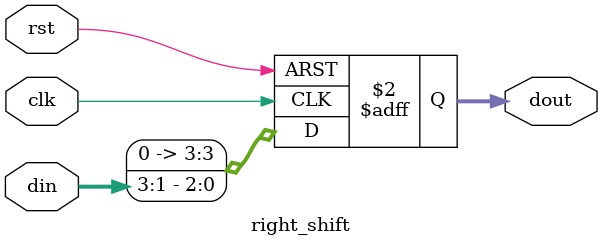
<source format=v>
`timescale 1ns / 1ps


module right_shift(
      input clk, rst,
	  input [3:0] din,
	  output reg [3:0] dout);

	always @(posedge clk or posedge rst) 
	begin
	  if (rst) 
          begin
            dout <= 4'b0000;
          end
	  else 
          begin
            dout[0] <= din[0];
            dout <= {1'b0, din[3:1]};    
          end
	end
endmodule

</source>
